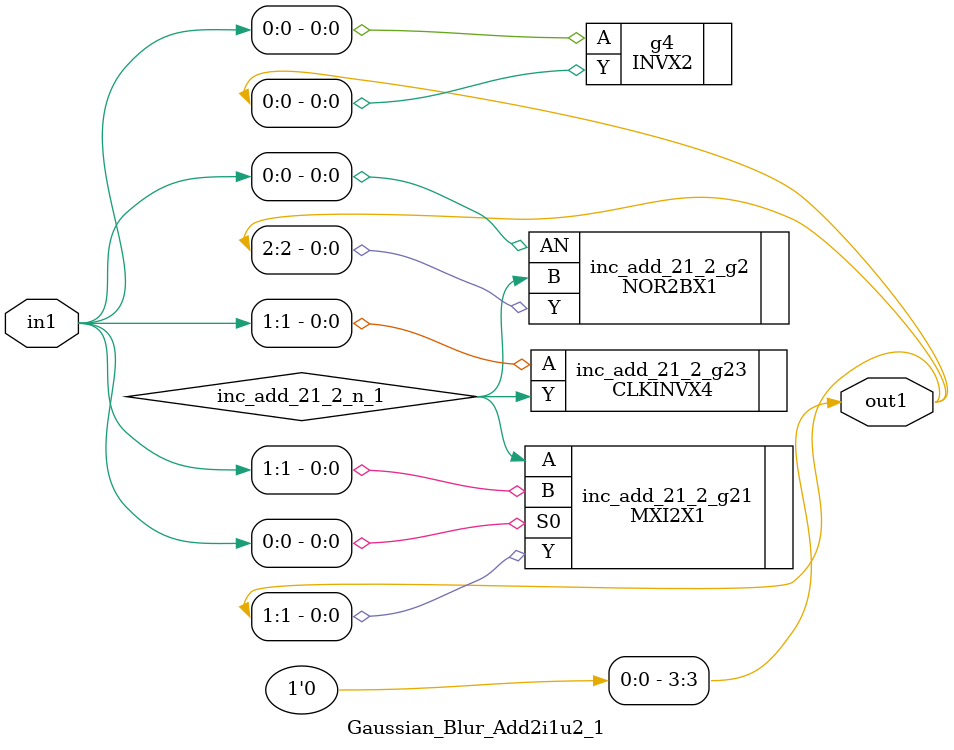
<source format=v>
`timescale 1ps / 1ps


module Gaussian_Blur_Add2i1u2_1(in1, out1);
  input [1:0] in1;
  output [3:0] out1;
  wire [1:0] in1;
  wire [3:0] out1;
  wire inc_add_21_2_n_1;
  assign out1[3] = 1'b0;
  INVX2 g4(.A (in1[0]), .Y (out1[0]));
  MXI2X1 inc_add_21_2_g21(.A (inc_add_21_2_n_1), .B (in1[1]), .S0
       (in1[0]), .Y (out1[1]));
  CLKINVX4 inc_add_21_2_g23(.A (in1[1]), .Y (inc_add_21_2_n_1));
  NOR2BX1 inc_add_21_2_g2(.AN (in1[0]), .B (inc_add_21_2_n_1), .Y
       (out1[2]));
endmodule


</source>
